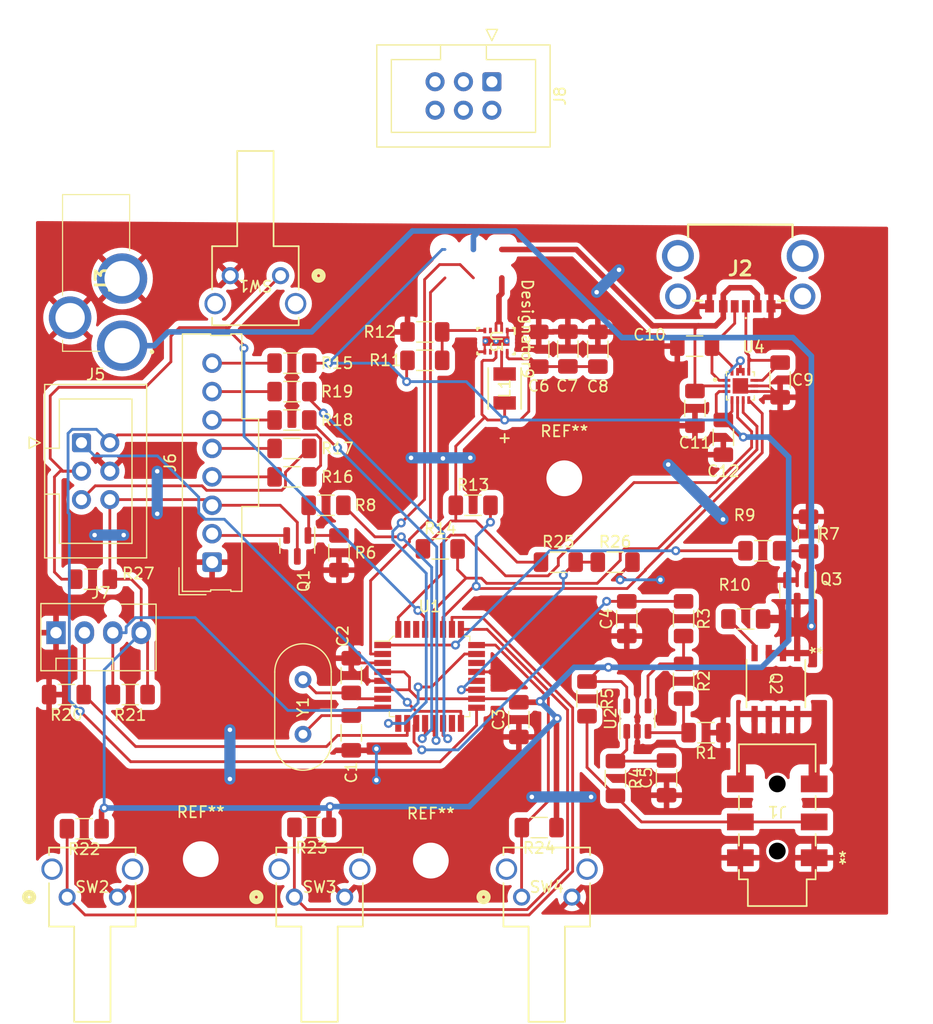
<source format=kicad_pcb>
(kicad_pcb (version 20221018) (generator pcbnew)
  (layers (0 "F.Cu" signal) (31 "B.Cu" signal) (34 "B.Paste" user) (35 "F.Paste" user) (36 "B.SilkS" user "B.Silkscreen") (37 "F.SilkS" user "F.Silkscreen") (38 "B.Mask" user) (39 "F.Mask" user) (44 "Edge.Cuts" user))
  (net 0 "")
  (net 1 "GND")
  (net 2 "Net-(U1-PB7)")
  (net 3 "Net-(U1-PB6)")
  (net 4 "+5V")
  (net 5 "analog_in")
  (net 6 "Net-(U2-+)")
  (net 7 "cc1")
  (net 8 "cc2")
  (net 9 "VBUS")
  (net 10 "sens")
  (net 15 "+12V")
  (net 16 "VDC")
  (net 17 "sense_usb")
  (net 18 "sense_12v")
  (net 19 "miso")
  (net 20 "sck")
  (net 21 "reset")
  (net 22 "mosi")
  (net 23 "bl")
  (net 24 "Net-(J6-Pin_4)")
  (net 25 "Net-(J6-Pin_5)")
  (net 26 "Net-(J6-Pin_6)")
  (net 27 "Net-(J6-Pin_7)")
  (net 28 "Net-(J6-Pin_8)")
  (net 29 "poti")
  (net 30 "sb")
  (net 31 "Net-(U3-SW)")
  (net 32 "Net-(Q1-G)")
  (net 33 "Net-(Q2-G)")
  (net 34 "Net-(Q3-G)")
  (net 35 "Net-(U2--)")
  (net 36 "Net-(R2-Pad1)")
  (net 37 "bl_ctrl")
  (net 38 "s_ctrl")
  (net 39 "Net-(U3-FB)")
  (net 40 "sda")
  (net 41 "scl")
  (net 42 "dc")
  (net 43 "cs")
  (net 44 "u1")
  (net 45 "u2")
  (net 46 "u3")
  (net 47 "standby")
  (net 48 "mois")
  (net 53 "int_n")
  (net 54 "output_power")
  (footprint "ul_IRF7416TRPBF:SO-8_IRF741_INF" (layer "F.Cu") (at 254.127 107.3721 -90)
    (fp_text reference "Q2")
    (fp_text value "IRF7416TRPBF")
  )
  (footprint "Resistor_SMD:R_1206_3216Metric_Pad1.30x1.75mm_HandSolder" (layer "F.Cu") (at 251.434 101.6)
    (fp_text reference "R10")
    (fp_text value "1k")
  )
  (footprint "Resistor_SMD:R_1206_3216Metric_Pad1.30x1.75mm_HandSolder" (layer "F.Cu") (at 239.776 115.85 -90)
    (fp_text reference "R4")
    (fp_text value "1k")
  )
  (footprint "Resistor_SMD:R_1206_3216Metric_Pad1.30x1.75mm_HandSolder" (layer "F.Cu") (at 254.508 80.238 90)
    (fp_text reference "C9")
    (fp_text value "330p")
  )
  (footprint "Resistor_SMD:R_1206_3216Metric_Pad1.30x1.75mm_HandSolder" (layer "F.Cu") (at 210.846 83.82 180)
    (fp_text reference "R18")
    (fp_text value "1k")
  )
  (footprint "Resistor_SMD:R_1206_3216Metric_Pad1.30x1.75mm_HandSolder" (layer "F.Cu") (at 235.5234 77.4779 -90)
    (fp_text reference "C7")
    (fp_text value "10u")
  )
  (footprint "Connector_IDC:IDC-Header_2x03_P2.54mm_Vertical" (layer "F.Cu") (at 192.024 85.852)
    (fp_text reference "J5")
    (fp_text value "Conn_02x03_Counter_Clockwise" hide)
  )
  (footprint "Resistor_SMD:R_1206_3216Metric_Pad1.30x1.75mm_HandSolder" (layer "F.Cu") (at 190.6773 108.3556 180)
    (fp_text reference "R20")
    (fp_text value "1M")
  )
  (footprint "Resistor_SMD:R_1206_3216Metric_Pad1.30x1.75mm_HandSolder" (layer "F.Cu") (at 249.428 85.37 90)
    (fp_text reference "C12")
    (fp_text value "100n")
  )
  (footprint "Package_TO_SOT_SMD:SOT-23-5" (layer "F.Cu") (at 241.742 110.5054 90)
    (fp_text reference "U2")
    (fp_text value "LM321")
  )
  (footprint "FUSB302B10MPX:QFN50P250X250X80-15N" (layer "F.Cu") (at 250.952 80.772)
    (fp_text reference "U4")
    (fp_text value "FUSB302B10MPX")
  )
  (footprint "Crystal:Crystal_HC49-U_Vertical" (layer "F.Cu") (at 211.836 107.024 -90)
    (fp_text reference "Y1")
    (fp_text value "Crystal")
  )
  (footprint "PJ-313D-B-SMT:PJ-313D-B-SMT_XKB" (layer "F.Cu") (at 254.2515 118.8314 180)
    (fp_text reference "J1")
    (fp_text value "PJ-313D-B-SMT")
  )
  (footprint "Resistor_SMD:R_1206_3216Metric_Pad1.30x1.75mm_HandSolder" (layer "F.Cu") (at 252.958 95.504 180)
    (fp_text reference "R9")
    (fp_text value "1k")
  )
  (footprint "Resistor_SMD:R_1206_3216Metric_Pad1.30x1.75mm_HandSolder" (layer "F.Cu") (at 246.888 82.778 90)
    (fp_text reference "C11")
    (fp_text value "100n")
  )
  (footprint "Resistor_SMD:R_1206_3216Metric_Pad1.30x1.75mm_HandSolder" (layer "F.Cu") (at 222.732 78.486)
    (fp_text reference "R11")
    (fp_text value "270k")
  )
  (footprint "Resistor_SMD:R_1206_3216Metric_Pad1.30x1.75mm_HandSolder" (layer "F.Cu") (at 240.792 101.574 90)
    (fp_text reference "C4")
    (fp_text value "100n")
  )
  (footprint "ul_TS-1093C-A15:SW_TS-1093C-A15_YDI" (layer "F.Cu") (at 231.3851 126.4514)
    (fp_text reference "SW4")
    (fp_text value "TS-1093C-A15")
  )
  (footprint "Resistor_SMD:R_1206_3216Metric_Pad1.30x1.75mm_HandSolder" (layer "F.Cu") (at 237.236 108.738 -90)
    (fp_text reference "R5")
    (fp_text value "1M")
  )
  (footprint "Resistor_SMD:R_1206_3216Metric_Pad1.30x1.75mm_HandSolder" (layer "F.Cu") (at 216.154 111.786 90)
    (fp_text reference "C1")
    (fp_text value "22p")
  )
  (footprint "DC-005-20A:DC00520A" (layer "F.Cu") (at 195.658 77.176 -90)
    (fp_text reference "J3")
    (fp_text value "DC-005-20A" hide)
  )
  (footprint "Resistor_SMD:R_1206_3216Metric_Pad1.30x1.75mm_HandSolder" (layer "F.Cu") (at 239.75 96.52)
    (fp_text reference "R26")
    (fp_text value "10k")
  )
  (footprint "Resistor_SMD:R_1206_3216Metric_Pad1.30x1.75mm_HandSolder" (layer "F.Cu") (at 210.846 88.9 180)
    (fp_text reference "R16")
    (fp_text value "1k")
  )
  (footprint "Connector_IDC:IDC-Header_2x03_P2.54mm_Vertical" (layer "F.Cu") (at 228.727 53.594 -90)
    (fp_text reference "J8")
    (fp_text value "Conn_02x03_Odd_Even")
  )
  (footprint "Resistor_SMD:R_1206_3216Metric_Pad1.30x1.75mm_HandSolder" (layer "F.Cu") (at 222.732 75.946 180)
    (fp_text reference "R12")
    (fp_text value "51k")
  )
  (footprint "Connector:FanPinHeader_1x04_P2.54mm_Vertical" (layer "F.Cu") (at 189.748 102.824)
    (fp_text reference "J7")
    (fp_text value "Conn_01x04")
  )
  (footprint "Resistor_SMD:R_1206_3216Metric_Pad1.30x1.75mm_HandSolder" (layer "F.Cu") (at 224.1126 95.3355)
    (fp_text reference "R14")
    (fp_text value "2k")
  )
  (footprint "Resistor_SMD:R_1206_3216Metric_Pad1.30x1.75mm_HandSolder" (layer "F.Cu") (at 210.846 81.28 180)
    (fp_text reference "R19")
    (fp_text value "1k")
  )
  (footprint "MountingHole:MountingHole_3.2mm_M3" (layer "F.Cu") (at 202.692 123.063)
    (fp_text reference "REF**")
    (fp_text value "MountingHole_3.2mm_M3")
  )
  (footprint "Package_TO_SOT_SMD:SOT-23" (layer "F.Cu") (at 211.328 95.0745 -90)
    (fp_text reference "Q1")
    (fp_text value "BSN20")
  )
  (footprint "Resistor_SMD:R_1206_3216Metric_Pad1.30x1.75mm_HandSolder" (layer "F.Cu") (at 215.0518 95.685 90)
    (fp_text reference "R6")
    (fp_text value "10k")
  )
  (footprint "Package_TO_SOT_SMD:SOT-23" (layer "F.Cu") (at 256.032 99.06 -90)
    (fp_text reference "Q3")
    (fp_text value "BSN20")
  )
  (footprint "ul_TS-1093C-A15:SW_TS-1093C-A15_YDI" (layer "F.Cu") (at 209.8288 70.9219 180)
    (fp_text reference "SW1")
    (fp_text value "TS-1093C-A15")
  )
  (footprint "Resistor_SMD:R_1206_3216Metric_Pad1.30x1.75mm_HandSolder" (layer "F.Cu") (at 227.05 91.44)
    (fp_text reference "R13")
    (fp_text value "2k")
  )
  (footprint "digikey-footprints:TQFP-32_7x7mm" (layer "F.Cu") (at 223.159 106.7293)
    (fp_text reference "U1")
    (fp_text value "ATMEGA328P-AU")
  )
  (footprint "Resistor_SMD:R_1206_3216Metric_Pad1.30x1.75mm_HandSolder" (layer "F.Cu") (at 245.872 101.574 -90)
    (fp_text reference "R3")
    (fp_text value "1k")
  )
  (footprint "Resistor_SMD:R_1206_3216Metric_Pad1.30x1.75mm_HandSolder" (layer "F.Cu") (at 245.872 107.162 -90)
    (fp_text reference "R2")
    (fp_text value "56k")
  )
  (footprint "Resistor_SMD:R_1206_3216Metric_Pad1.30x1.75mm_HandSolder" (layer "F.Cu") (at 232.9563 120.2416 180)
    (fp_text reference "R24")
    (fp_text value "10k")
  )
  (footprint "Resistor_SMD:R_1206_3216Metric_Pad1.30x1.75mm_HandSolder" (layer "F.Cu") (at 232.918 77.496 -90)
    (fp_text reference "C6")
    (fp_text value "10u")
  )
  (footprint "Resistor_SMD:R_1206_3216Metric_Pad1.30x1.75mm_HandSolder" (layer "F.Cu") (at 213.894 91.44 180)
    (fp_text reference "R8")
    (fp_text value "1k")
  )
  (footprint "Resistor_SMD:R_1206_3216Metric_Pad1.30x1.75mm_HandSolder" (layer "F.Cu") (at 216.154 106.654 -90)
    (fp_text reference "C2")
    (fp_text value "22p")
  )
  (footprint "Resistor_SMD:R_1206_3216Metric_Pad1.30x1.75mm_HandSolder" (layer "F.Cu") (at 192.271 120.3437 180)
    (fp_text reference "R22")
    (fp_text value "10k")
  )
  (footprint "ul_TS-1093C-A15:SW_TS-1093C-A15_YDI" (layer "F.Cu") (at 211.0651 126.4514)
    (fp_text reference "SW3")
    (fp_text value "TS-1093C-A15")
  )
  (footprint "Resistor_SMD:R_1206_3216Metric_Pad1.30x1.75mm_HandSolder" (layer "F.Cu") (at 196.3886 108.358 180)
    (fp_text reference "R21")
    (fp_text value "10k")
  )
  (footprint "Resistor_SMD:R_1206_3216Metric_Pad1.30x1.75mm_HandSolder" (layer "F.Cu") (at 212.619 120.2235 180)
    (fp_text reference "R23")
    (fp_text value "10k")
  )
  (footprint "Resistor_SMD:R_1206_3216Metric_Pad1.30x1.75mm_HandSolder" (layer "F.Cu") (at 193.014 98.044 180)
    (fp_text reference "R27")
    (fp_text value "10k")
  )
  (footprint "Resistor_SMD:R_1206_3216Metric_Pad1.30x1.75mm_HandSolder" (layer "F.Cu") (at 257.048 94.006 -90)
    (fp_text reference "R7")
    (fp_text value "10k")
  )
  (footprint "Resistor_SMD:R_1206_3216Metric_Pad1.30x1.75mm_HandSolder" (layer "F.Cu") (at 231.14 110.591 90)
    (fp_text reference "C3")
    (fp_text value "100n")
  )
  (footprint "NLCV32T-100K-EF:IND_NLCV32T_TDK" (layer "F.Cu") (at 229.87 81.0006 90)
    (fp_text reference "L1")
    (fp_text value "10u")
  )
  (footprint "MountingHole:MountingHole_3.2mm_M3" (layer "F.Cu") (at 235.204 89.027)
    (fp_text reference "REF**")
    (fp_text value "MountingHole_3.2mm_M3")
  )
  (footprint "Resistor_SMD:R_1206_3216Metric_Pad1.30x1.75mm_HandSolder" (layer "F.Cu") (at 246.862 77.216)
    (fp_text reference "C10")
    (fp_text value "330p")
  )
  (footprint "Connector_Molex:Molex_SL_171971-0008_1x08_P2.54mm_Vertical" (layer "F.Cu") (at 203.708 96.52 90)
    (fp_text reference "J6")
    (fp_text value "Conn_01x08_Pin")
  )
  (footprint "Resistor_SMD:R_1206_3216Metric_Pad1.30x1.75mm_HandSolder" (layer "F.Cu") (at 244.348 115.798 90)
    (fp_text reference "C5")
    (fp_text value "100n")
  )
  (footprint "Resistor_SMD:R_1206_3216Metric_Pad1.30x1.75mm_HandSolder" (layer "F.Cu") (at 238.2048 77.4951 -90)
    (fp_text reference "C8")
    (fp_text value "10u")
  )
  (footprint "UJC-HP-M-G-5-MSMT-TR:UJCHPMG5MSMTTR" (layer "F.Cu") (at 250.944 69.76 180)
    (fp_text reference "J2")
    (fp_text value "UJC-HP-M-G-5-MSMT-TR" hide)
  )
  (footprint "MountingHole:MountingHole_3.2mm_M3" (layer "F.Cu") (at 223.266 123.19)
    (fp_text reference "REF**")
    (fp_text value "MountingHole_3.2mm_M3")
  )
  (footprint "TPS62175DQCR:DQC0010A" (layer "F.Cu") (at 229.1 76.769 -90)
    (fp_text reference "U3")
    (fp_text value "TPS62175DQCR")
  )
  (footprint "Resistor_SMD:R_1206_3216Metric_Pad1.30x1.75mm_HandSolder" (layer "F.Cu") (at 247.878 111.76 180)
    (fp_text reference "R1")
    (fp_text value "100k")
  )
  (footprint "Resistor_SMD:R_1206_3216Metric_Pad1.30x1.75mm_HandSolder" (layer "F.Cu") (at 234.67 96.52)
    (fp_text reference "R25")
    (fp_text value "10k")
  )
  (footprint "Resistor_SMD:R_1206_3216Metric_Pad1.30x1.75mm_HandSolder" (layer "F.Cu") (at 210.846 86.36 180)
    (fp_text reference "R17")
    (fp_text value "1k")
  )
  (footprint "ul_TS-1093C-A15:SW_TS-1093C-A15_YDI" (layer "F.Cu") (at 190.7451 126.4514)
    (fp_text reference "SW2")
    (fp_text value "TS-1093C-A15")
  )
  (footprint "Resistor_SMD:R_1206_3216Metric_Pad1.30x1.75mm_HandSolder" (layer "F.Cu") (at 210.846 78.74 180)
    (fp_text reference "R15")
    (fp_text value "1k")
  )
  (gr_line (start 251.898614 78.464952) (end 251.714 78.613) (stroke (width 0.2)) (layer "F.Cu"))
  (gr_line (start 251.730864 78.270243) (end 251.898614 78.464952) (stroke (width 0.2)) (layer "F.Cu"))
  (gr_line (start 228.092 77.724) (end 228.092 77.089) (stroke (width 0.2)) (layer "F.Cu"))
  (gr_line (start 230.124 75.819) (end 230.124 76.454) (stroke (width 0.2)) (layer "F.Cu"))
  (gr_line (start 251.714 78.613) (end 251.714 78.359) (stroke (width 0.2)) (layer "F.Cu"))
  (gr_line (start 229.108 75.184) (end 229.616 75.184) (stroke (width 0.2)) (layer "F.Cu"))
  (segment (start 230.1 75.819) (end 232.791 75.819) (width 0.25) (layer "F.Cu") (net 1))
  (segment (start 218.959 105.529) (end 216.579 105.529) (width 0.25) (layer "F.Cu") (net 1))
  (segment (start 253.992 81.272) (end 254.508 81.788) (width 0.25) (layer "F.Cu") (net 1))
  (segment (start 252.192 80.772) (end 250.952 80.772) (width 0.25) (layer "F.Cu") (net 1))
  (segment (start 253.992 81.272) (end 254.508 81.788) (width 0.25) (layer "F.Cu") (net 1))
  (segment (start 216.579 105.529) (end 216.154 105.104) (width 0.25) (layer "F.Cu") (net 1))
  (segment (start 218.959 107.129) (end 217.365 107.129) (width 0.25) (layer "F.Cu") (net 1))
  (segment (start 252.192 80.772) (end 253.492 80.772) (width 0.25) (layer "F.Cu") (net 1))
  (segment (start 227.359 106.329) (end 229.265 106.329) (width 0.25) (layer "F.Cu") (net 1))
  (segment (start 217.365 107.129) (end 216.154 105.918) (width 0.25) (layer "F.Cu") (net 1))
  (segment (start 252.192 81.272) (end 251.452 81.272) (width 0.25) (layer "F.Cu") (net 1))
  (segment (start 251.452 81.272) (end 250.952 80.772) (width 0.25) (layer "F.Cu") (net 1))
  (segment (start 229.265 106.329) (end 229.362 106.426) (width 0.25) (layer "F.Cu") (net 1))
  (segment (start 228.1 77.719) (end 227.081 77.719) (width 0.25) (layer "F.Cu") (net 1))
  (segment (start 240.2 97.62) (end 241.3 96.52) (width 0.25) (layer "F.Cu") (net 1))
  (segment (start 253.492 80.772) (end 253.992 81.272) (width 0.25) (layer "F.Cu") (net 1))
  (segment (start 216.154 105.918) (end 216.154 105.104) (width 0.25) (layer "F.Cu") (net 1))
  (segment (start 252.192 81.272) (end 253.992 81.272) (width 0.25) (layer "F.Cu") (net 1))
  (segment (start 232.791 75.819) (end 232.918 75.946) (width 0.25) (layer "F.Cu") (net 1))
  (segment (start 227.081 77.719) (end 227.076 77.724) (width 0.25) (layer "F.Cu") (net 1))
  (segment (start 240.2 98.1) (end 240.2 97.62) (width 0.25) (layer "F.Cu") (net 1))
  (via (at 195.8 94.1) (size 0.8) (drill 0.4) (layers "F.Cu" "B.Cu") (net 1))
  (via (at 232.3 117.5) (size 0.8) (drill 0.4) (layers "F.Cu" "B.Cu") (net 1))
  (via (at 238.1 72.4) (size 0.8) (drill 0.4) (layers "F.Cu" "B.Cu") (net 1))
  (via (at 240.1 70.4) (size 0.8) (drill 0.4) (layers "F.Cu" "B.Cu") (net 1))
  (via (at 218.4 116) (size 0.8) (drill 0.4) (layers "F.Cu" "B.Cu") (net 1))
  (via (at 244.5 87.8) (size 0.8) (drill 0.4) (layers "F.Cu" "B.Cu") (net 1))
  (via (at 249.4 92.7) (size 0.8) (drill 0.4) (layers "F.Cu" "B.Cu") (net 1))
  (via (at 243.8 98.1) (size 0.8) (drill 0.4) (layers "F.Cu" "B.Cu") (net 1))
  (via (at 224.351866 87.251135) (size 0.8) (drill 0.4) (layers "F.Cu" "B.Cu") (net 1))
  (via (at 237.6 117.5) (size 0.8) (drill 0.4) (layers "F.Cu" "B.Cu") (net 1))
  (via (at 240.2 98.1) (size 0.8) (drill 0.4) (layers "F.Cu" "B.Cu") (net 1))
  (via (at 205.3 111.5) (size 0.8) (drill 0.4) (layers "F.Cu" "B.Cu") (net 1))
  (via (at 198.8 88.4) (size 0.8) (drill 0.4) (layers "F.Cu" "B.Cu") (net 1))
  (via (at 218.4 113.2) (size 0.8) (drill 0.4) (layers "F.Cu" "B.Cu") (net 1))
  (via (at 205.3 115.9) (size 0.8) (drill 0.4) (layers "F.Cu" "B.Cu") (net 1))
  (via (at 198.8 92.2) (size 0.8) (drill 0.4) (layers "F.Cu" "B.Cu") (net 1))
  (via (at 193.2 94.1) (size 0.8) (drill 0.4) (layers "F.Cu" "B.Cu") (net 1))
  (via (at 226.8 87.2) (size 0.8) (drill 0.4) (layers "F.Cu" "B.Cu") (net 1))
  (via (at 221.5 87.2) (size 0.8) (drill 0.4) (layers "F.Cu" "B.Cu") (net 1))
  (segment (start 240.1 70.4) (end 238.1 72.4) (width 1) (layer "B.Cu") (net 1))
  (segment (start 193.2 94.1) (end 195.8 94.1) (width 1) (layer "B.Cu") (net 1))
  (segment (start 232.3 117.5) (end 237.6 117.5) (width 1) (layer "B.Cu") (net 1))
  (segment (start 244.5 87.8) (end 249.4 92.7) (width 1) (layer "B.Cu") (net 1))
  (segment (start 218.4 116) (end 218.4 113.2) (width 0.25) (layer "B.Cu") (net 1))
  (segment (start 240.2 98.1) (end 243.8 98.1) (width 0.25) (layer "B.Cu") (net 1))
  (segment (start 198.8 92.2) (end 198.8 88.4) (width 1) (layer "B.Cu") (net 1))
  (segment (start 221.5 87.2) (end 226.8 87.2) (width 1) (layer "B.Cu") (net 1))
  (segment (start 205.3 115.9) (end 205.3 111.5) (width 1) (layer "B.Cu") (net 1))
  (segment (start 211.836 111.904) (end 213.504 110.236) (width 0.25) (layer "F.Cu") (net 2))
  (segment (start 216.861 109.529) (end 216.154 110.236) (width 0.25) (layer "F.Cu") (net 2))
  (segment (start 218.9587 109.529) (end 216.861 109.529) (width 0.25) (layer "F.Cu") (net 2))
  (segment (start 218.959 109.529) (end 218.9587 109.529) (width 0.25) (layer "F.Cu") (net 2))
  (segment (start 218.9587 109.529) (end 218.959 109.5293) (width 0.25) (layer "F.Cu") (net 2))
  (segment (start 213.504 110.236) (end 216.154 110.236) (width 0.25) (layer "F.Cu") (net 2))
  (segment (start 218.959 108.729) (end 218.9587 108.729) (width 0.25) (layer "F.Cu") (net 3))
  (segment (start 213.016 108.204) (end 216.154 108.204) (width 0.25) (layer "F.Cu") (net 3))
  (segment (start 218.9587 108.729) (end 218.959 108.7293) (width 0.25) (layer "F.Cu") (net 3))
  (segment (start 216.679 108.729) (end 216.154 108.204) (width 0.25) (layer "F.Cu") (net 3))
  (segment (start 218.9587 108.729) (end 216.679 108.729) (width 0.25) (layer "F.Cu") (net 3))
  (segment (start 211.836 107.024) (end 213.016 108.204) (width 0.25) (layer "F.Cu") (net 3))
  (segment (start 240.792 107.696) (end 240.284 107.188) (width 0.25) (layer "F.Cu") (net 4))
  (segment (start 221.107 78.561) (end 221.182 78.486) (width 0.25) (layer "F.Cu") (net 4))
  (segment (start 227.838 78.613) (end 227.838 83.312) (width 0.25) (layer "F.Cu") (net 4))
  (segment (start 234.5063 120.2416) (end 234.506 120.2416) (width 0.25) (layer "F.Cu") (net 4))
  (segment (start 214.169 118.444) (end 214.249 118.364) (width 0.5) (layer "F.Cu") (net 4))
  (segment (start 231.14 109.041) (end 232.97 109.041) (width 0.5) (layer "F.Cu") (net 4))
  (segment (start 214.122 78.74) (end 212.396 78.74) (width 0.25) (layer "F.Cu") (net 4))
  (segment (start 214.169 120.224) (end 214.169 120.2235) (width 0.5) (layer "F.Cu") (net 4))
  (segment (start 234.569 110.49) (end 234.506 110.553) (width 0.5) (layer "F.Cu") (net 4))
  (segment (start 197.9386 108.358) (end 197.939 108.358) (width 0.25) (layer "F.Cu") (net 4))
  (segment (start 249.055 81.272) (end 248.793 81.534) (width 0.25) (layer "F.Cu") (net 4))
  (segment (start 222.14 108.729) (end 227.359 108.729) (width 0.25) (layer "F.Cu") (net 4))
  (segment (start 229.87 82.296) (end 229.87 83.82) (width 0.25) (layer "F.Cu") (net 4))
  (segment (start 231.267 83.82) (end 229.87 83.82) (width 0.25) (layer "F.Cu") (net 4))
  (segment (start 193.821 120.344) (end 193.821 120.3437) (width 0.5) (layer "F.Cu") (net 4))
  (segment (start 218.959 106.3293) (end 218.959 106.329) (width 0.25) (layer "F.Cu") (net 4))
  (segment (start 239.141 105.918) (end 238.506 105.918) (width 0.25) (layer "F.Cu") (net 4))
  (segment (start 193.821 120.3437) (end 193.821 118.726) (width 0.5) (layer "F.Cu") (net 4))
  (segment (start 232.918 79.046) (end 235.5234 79.046) (width 0.25) (layer "F.Cu") (net 4))
  (segment (start 232.918 79.046) (end 232.231 78.359) (width 0.25) (layer "F.Cu") (net 4))
  (segment (start 232.029 79.935) (end 232.029 83.058) (width 0.25) (layer "F.Cu") (net 4))
  (segment (start 248.793 81.534) (end 248.793 83.185) (width 0.25) (layer "F.Cu") (net 4))
  (segment (start 194.564 90.932) (end 203.2 90.932) (width 0.25) (layer "F.Cu") (net 4))
  (segment (start 227.965 78.486) (end 227.838 78.613) (width 0.25) (layer "F.Cu") (net 4))
  (segment (start 220.928 78.74) (end 221.107 78.561) (width 0.25) (layer "F.Cu") (net 4))
  (segment (start 211.328 96.012) (end 211.328 92.964) (width 0.25) (layer "F.Cu") (net 4))
  (segment (start 230.9806 96.52) (end 233.12 96.52) (width 0.25) (layer "F.Cu") (net 4))
  (segment (start 232.029 83.058) (end 231.267 83.82) (width 0.25) (layer "F.Cu") (net 4))
  (segment (start 221.361 107.909) (end 221.34 107.929) (width 0.25) (layer "F.Cu") (net 4))
  (segment (start 238.506 105.918) (end 237.236 107.188) (width 0.25) (layer "F.Cu") (net 4))
  (segment (start 238.2048 79.0451) (end 238.2049 79.0452) (width 0.25) (layer "F.Cu") (net 4))
  (segment (start 229.1 77.719) (end 229.1 78.24) (width 0.25) (layer "F.Cu") (net 4))
  (segment (start 228.092 83.566) (end 228.346 83.82) (width 0.25) (layer "F.Cu") (net 4))
  (segment (start 221.361 106.807) (end 221.361 107.909) (width 0.25) (layer "F.Cu") (net 4))
  (segment (start 227.359 108.729) (end 230.828 108.729) (width 0.25) (layer "F.Cu") (net 4))
  (segment (start 250.702 79.507) (end 250.952 79.507) (width 0.25) (layer "F.Cu") (net 4))
  (segment (start 250.202 82.037) (end 250.202 83.046) (width 0.25) (layer "F.Cu") (net 4))
  (segment (start 238.204 79.046) (end 238.2049 79.0452) (width 0.25) (layer "F.Cu") (net 4))
  (segment (start 196.469 98.044) (end 194.564 98.044) (width 0.25) (layer "F.Cu") (net 4))
  (segment (start 238.2049 79.0452) (end 238.205 79.0451) (width 0.25) (layer "F.Cu") (net 4))
  (segment (start 232.208 79.046) (end 232.918 79.046) (width 0.25) (layer "F.Cu") (net 4))
  (segment (start 220.883 106.329) (end 221.361 106.807) (width 0.25) (layer "F.Cu") (net 4))
  (segment (start 248.793 83.185) (end 249.428 83.82) (width 0.25) (layer "F.Cu") (net 4))
  (segment (start 203.2 90.932) (end 203.708 91.44) (width 0.25) (layer "F.Cu") (net 4))
  (segment (start 225.5 86.158) (end 225.5 91.44) (width 0.25) (layer "F.Cu") (net 4))
  (segment (start 227.3038 92.8432) (end 230.9806 96.52) (width 0.25) (layer "F.Cu") (net 4))
  (segment (start 221.107 78.561) (end 221.182 78.486) (width 0.25) (layer "F.Cu") (net 4))
  (segment (start 218.959 107.9293) (end 218.959 107.929) (width 0.25) (layer "F.Cu") (net 4))
  (segment (start 249.428 83.82) (end 250.952 85.344) (width 0.25) (layer "F.Cu") (net 4))
  (segment (start 234.506 110.553) (end 234.506 120.2416) (width 0.5) (layer "F.Cu") (net 4))
  (segment (start 197.368 102.824) (end 197.939 103.395) (width 0.25) (layer "F.Cu") (net 4))
  (segment (start 211.328 92.964) (end 209.804 91.44) (width 0.25) (layer "F.Cu") (net 4))
  (segment (start 232.97 109.041) (end 233.045 108.966) (width 0.5) (layer "F.Cu") (net 4))
  (segment (start 225.0549 92.8432) (end 225.5 92.8432) (width 0.25) (layer "F.Cu") (net 4))
  (segment (start 240.792 109.3679) (end 240.792 107.696) (width 0.25) (layer "F.Cu") (net 4))
  (segment (start 209.804 91.44) (end 203.708 91.44) (width 0.25) (layer "F.Cu") (net 4))
  (segment (start 230.251 78.359) (end 230.1 78.208) (width 0.25) (layer "F.Cu") (net 4))
  (segment (start 214.169 120.2235) (end 214.169 118.444) (width 0.5) (layer "F.Cu") (net 4))
  (segment (start 235.5234 79.046) (end 238.204 79.046) (width 0.25) (layer "F.Cu") (net 4))
  (segment (start 227.838 83.312) (end 228.092 83.566) (width 0.25) (layer "F.Cu") (net 4))
  (segment (start 240.284 107.188) (end 237.236 107.188) (width 0.25) (layer "F.Cu") (net 4))
  (segment (start 249.712 81.272) (end 249.055 81.272) (width 0.25) (layer "F.Cu") (net 4))
  (segment (start 221.107 80.391) (end 221.107 78.561) (width 0.25) (layer "F.Cu") (net 4))
  (segment (start 232.231 78.359) (end 230.251 78.359) (width 0.25) (layer "F.Cu") (net 4))
  (segment (start 222.5626 95.3355) (end 225.0549 92.8432) (width 0.25) (layer "F.Cu") (net 4))
  (segment (start 228.854 78.486) (end 227.965 78.486) (width 0.25) (layer "F.Cu") (net 4))
  (segment (start 228.092 83.566) (end 225.5 86.158) (width 0.25) (layer "F.Cu") (net 4))
  (segment (start 250.952 85.344) (end 251.206 85.344) (width 0.25) (layer "F.Cu") (net 4))
  (segment (start 194.564 90.932) (end 194.564 98.044) (width 0.25) (layer "F.Cu") (net 4))
  (segment (start 230.1 78.208) (end 230.1 77.719) (width 0.25) (layer "F.Cu") (net 4))
  (segment (start 250.202 83.046) (end 249.428 83.82) (width 0.25) (layer "F.Cu") (net 4))
  (segment (start 240.792 109.368) (end 240.792 109.3679) (width 0.25) (layer "F.Cu") (net 4))
  (segment (start 235.5234 79.0279) (end 235.5234 79.046) (width 0.25) (layer "F.Cu") (net 4))
  (segment (start 232.918 79.046) (end 232.029 79.935) (width 0.25) (layer "F.Cu") (net 4))
  (segment (start 227.359 108.7293) (end 227.359 108.729) (width 0.25) (layer "F.Cu") (net 4))
  (segment (start 193.821 118.726) (end 194.056 118.491) (width 0.5) (layer "F.Cu") (net 4))
  (segment (start 250.952 79.507) (end 250.952 78.5237) (width 0.25) (layer "F.Cu") (net 4))
  (segment (start 218.959 107.929) (end 221.34 107.929) (width 0.25) (layer "F.Cu") (net 4))
  (segment (start 197.939 103.395) (end 197.939 108.358) (width 0.25) (layer "F.Cu") (net 4))
  (segment (start 221.34 107.929) (end 222.14 108.729) (width 0.25) (layer "F.Cu") (net 4))
  (segment (start 218.959 106.329) (end 220.883 106.329) (width 0.25) (layer "F.Cu") (net 4))
  (segment (start 225.5 91.44) (end 225.5 92.8432) (width 0.25) (layer "F.Cu") (net 4))
  (segment (start 197.368 98.943) (end 196.469 98.044) (width 0.25) (layer "F.Cu") (net 4))
  (segment (start 229.1 78.24) (end 228.854 78.486) (width 0.25) (layer "F.Cu") (net 4))
  (segment (start 225.5 92.8432) (end 227.3038 92.8432) (width 0.25) (layer "F.Cu") (net 4))
  (segment (start 197.368 102.824) (end 197.368 98.943) (width 0.25) (layer "F.Cu") (net 4))
  (segment (start 234.506 120.242) (end 234.506 120.2416) (width 0.5) (layer "F.Cu") (net 4))
  (segment (start 250.952 79.507) (end 251.202 79.507) (width 0.25) (layer "F.Cu") (net 4))
  (segment (start 228.346 83.82) (end 229.87 83.82) (width 0.25) (layer "F.Cu") (net 4))
  (segment (start 230.828 108.729) (end 231.14 109.041) (width 0.25) (layer "F.Cu") (net 4))
  (via (at 250.952 78.5237) (size 0.8) (drill 0.4) (layers "F.Cu" "B.Cu") (net 4))
  (via (at 239.141 105.918) (size 0.8) (drill 0.4) (layers "F.Cu" "B.Cu") (net 4))
  (via (at 233.045 108.966) (size 0.8) (drill 0.4) (layers "F.Cu" "B.Cu") (net 4))
  (via (at 234.569 110.49) (size 0.8) (drill 0.4) (layers "F.Cu" "B.Cu") (net 4))
  (via (at 221.107 80.391) (size 0.8) (drill 0.4) (layers "F.Cu" "B.Cu") (net 4))
  (via (at 251.206 85.344) (size 0.8) (drill 0.4) (layers "F.Cu" "B.Cu") (net 4))
  (via (at 214.249 118.364) (size 0.8) (drill 0.4) (layers "F.Cu" "B.Cu") (net 4))
  (via (at 214.122 78.74) (size 0.8) (drill 0.4) (layers "F.Cu" "B.Cu") (net 4))
  (via (at 229.87 83.82) (size 0.8) (drill 0.4) (layers "F.Cu" "B.Cu") (net 4))
  (via (at 194.056 118.491) (size 0.8) (drill 0.4) (layers "F.Cu" "B.Cu") (net 4))
  (segment (start 249.682 83.82) (end 249.682 79.7937) (width 0.25) (layer "B.Cu") (net 4))
  (segment (start 214.249 118.364) (end 226.695 118.364) (width 0.5) (layer "B.Cu") (net 4))
  (segment (start 255.27 103.505) (end 255.27 87.122) (width 0.5) (layer "B.Cu") (net 4))
  (segment (start 255.27 87.122) (end 253.492 85.344) (width 0.5) (layer "B.Cu") (net 4))
  (segment (start 219.456 78.74) (end 221.107 80.391) (width 0.25) (layer "B.Cu") (net 4))
  (segment (start 253.492 85.344) (end 251.206 85.344) (width 0.5) (layer "B.Cu") (net 4))
  (segment (start 226.441 80.391) (end 229.87 83.82) (width 0.25) (layer "B.Cu") (net 4))
  (segment (start 233.045 108.966) (end 236.093 105.918) (width 0.5) (layer "B.Cu") (net 4))
  (segment (start 194.056 118.491) (end 214.122 118.491) (width 0.5) (layer "B.Cu") (net 4))
  (segment (start 214.122 118.491) (end 214.249 118.364) (width 0.5) (layer "B.Cu") (net 4))
  (segment (start 251.206 85.344) (end 249.682 83.82) (width 0.25) (layer "B.Cu") (net 4))
  (segment (start 239.141 105.918) (end 252.857 105.918) (width 0.5) (layer "B.Cu") (net 4))
  (segment (start 249.682 79.7937) (end 250.952 78.5237) (width 0.25) (layer "B.Cu") (net 4))
  (segment (start 234.569 110.49) (end 233.045 108.966) (width 0.5) (layer "B.Cu") (net 4))
  (segment (start 221.107 80.391) (end 226.441 80.391) (width 0.25) (layer "B.Cu") (net 4))
  (segment (start 226.695 118.364) (end 234.569 110.49) (width 0.5) (layer "B.Cu") (net 4))
  (segment (start 194.056 106.136) (end 194.056 118.491) (width 0.25) (layer "B.Cu") (net 4))
  (segment (start 252.857 105.918) (end 255.27 103.505) (width 0.5) (layer "B.Cu") (net 4))
  (segment (start 214.122 78.74) (end 219.456 78.74) (width 0.25) (layer "B.Cu") (net 4))
  (segment (start 224.282 68.58) (end 224.536 68.58) (width 0.25) (layer "B.Cu") (net 4))
  (segment (start 249.682 83.82) (end 229.87 83.82) (width 0.25) (layer "B.Cu") (net 4))
  (segment (start 236.093 105.918) (end 239.141 105.918) (width 0.5) (layer "B.Cu") (net 4))
  (segment (start 197.368 102.824) (end 194.056 106.136) (width 0.25) (layer "B.Cu") (net 4))
  (segment (start 214.122 78.74) (end 224.282 68.58) (width 0.25) (layer "B.Cu") (net 4))
  (segment (start 240.792 100.024) (end 238.9907 100.024) (width 0.25) (layer "F.Cu") (net 5))
  (segment (start 222.4628 113.2929) (end 221.7632 112.5933) (width 0.25) (layer "F.Cu") (net 5))
  (segment (start 240.792 100.024) (end 245.872 100.024) (width 0.25) (layer "F.Cu") (net 5))
  (segment (start 221.7632 112.5933) (end 221.7632 111.1251) (width 0.25) (layer "F.Cu") (net 5))
  (segment (start 221.7632 111.1251) (end 221.959 110.9293) (width 0.25) (layer "F.Cu") (net 5))
  (via (at 238.9907 100.024) (size 0.8) (drill 0.4) (layers "F.Cu" "B.Cu") (net 5))
  (via (at 222.4628 113.2929) (size 0.8) (drill 0.4) (layers "F.Cu" "B.Cu") (net 5))
  (segment (start 225.7218 113.2929) (end 238.9907 100.024) (width 0.25) (layer "B.Cu") (net 5))
  (segment (start 222.4628 113.2929) (end 225.7218 113.2929) (width 0.25) (layer "B.Cu") (net 5))
  (segment (start 244.296 114.3) (end 244.348 114.248) (width 0.25) (layer "F.Cu") (net 6))
  (segment (start 239.776 114.3) (end 244.296 114.3) (width 0.25) (layer "F.Cu") (net 6))
  (segment (start 240.792 111.643) (end 240.792 113.284) (width 0.25) (layer "F.Cu") (net 6))
  (segment (start 240.792 111.643) (end 240.792 111.6429) (width 0.25) (layer "F.Cu") (net 6))
  (segment (start 240.792 113.284) (end 239.776 114.3) (width 0.25) (layer "F.Cu") (net 6))
  (segment (start 252.924 80.272) (end 254.508 78.688) (width 0.25) (layer "F.Cu") (net 7))
  (segment (start 251.444 77.7723) (end 251.702 78.0306) (width 0.25) (layer "F.Cu") (net 7))
  (segment (start 251.702 78.486) (end 251.702 79.507) (width 0.25) (layer "F.Cu") (net 7))
  (segment (start 252.192 80.272) (end 252.924 80.272) (width 0.25) (layer "F.Cu") (net 7))
  (segment (start 251.444 73.66) (end 251.444 77.7723) (width 0.25) (layer "F.Cu") (net 7))
  (segment (start 254.508 78.688) (end 254.306 78.486) (width 0.25) (layer "F.Cu") (net 7))
  (segment (start 254.306 78.486) (end 251.702 78.486) (width 0.25) (layer "F.Cu") (net 7))
  (segment (start 251.702 78.0306) (end 251.702 78.486) (width 0.25) (layer "F.Cu") (net 7))
  (segment (start 250.444 73.66) (end 250.444 75.184) (width 0.25) (layer "F.Cu") (net 8))
  (segment (start 250.444 75.184) (end 248.412 77.216) (width 0.25) (layer "F.Cu") (net 8))
  (segment (start 248.412 79.629) (end 248.412 77.216) (width 0.25) (layer "F.Cu") (net 8))
  (segment (start 249.712 80.272) (end 249.055 80.272) (width 0.25) (layer "F.Cu") (net 8))
  (segment (start 250.202 79.507) (end 250.202 79.006) (width 0.25) (layer "F.Cu") (net 8))
  (segment (start 249.055 80.272) (end 248.412 79.629) (width 0.25) (layer "F.Cu") (net 8))
  (segment (start 250.202 79.006) (end 248.412 77.216) (width 0.25) (layer "F.Cu") (net 8))
  (segment (start 251.854 72) (end 252.464 72.61) (width 0.5) (layer "F.Cu") (net 9))
  (segment (start 252.464 72.61) (end 252.464 73.66) (width 0.5) (layer "F.Cu") (net 9))
  (segment (start 249.712 80.772) (end 247.344 80.772) (width 0.25) (layer "F.Cu") (net 9))
  (segment (start 236.28 68.58) (end 229.616 68.58) (width 0.5) (layer "F.Cu") (net 9))
  (segment (start 246.888 75.712) (end 247.2 75.4) (width 0.25) (layer "F.Cu") (net 9))
  (segment (start 249.424 73.66) (end 249.424 72.61) (width 0.5) (layer "F.Cu") (net 9))
  (segment (start 249.424 73.66) (end 249.424 74.71) (width 0.5) (layer "F.Cu") (net 9))
  (segment (start 243.1 75.4) (end 236.28 68.58) (width 0.5) (layer "F.Cu") (net 9))
  (segment (start 250.034 72) (end 251.854 72) (width 0.5) (layer "F.Cu") (net 9))
  (segment (start 249.424 72.61) (end 250.034 72) (width 0.5) (layer "F.Cu") (net 9))
  (segment (start 248.734 75.4) (end 247.2 75.4) (width 0.5) (layer "F.Cu") (net 9))
  (segment (start 247.2 75.4) (end 243.1 75.4) (width 0.5) (layer "F.Cu") (net 9))
  (segment (start 246.888 81.228) (end 246.888 75.712) (width 0.25) (layer "F.Cu") (net 9))
  (segment (start 249.424 74.71) (end 248.734 75.4) (width 0.5) (layer "F.Cu") (net 9))
  (segment (start 247.344 80.772) (end 246.888 81.228) (width 0.25) (layer "F.Cu") (net 9))
  (segment (start 250.9516 119.736) (end 257.5506 119.736) (width 0.25) (layer "F.Cu") (net 10))
  (segment (start 237.236 114.86) (end 239.776 117.4) (width 0.25) (layer "F.Cu") (net 10))
  (segment (start 242.112 119.736) (end 250.9516 119.736) (width 0.25) (layer "F.Cu") (net 10))
  (segment (start 250.9516 119.736) (end 250.952 119.7356) (width 0.25) (layer "F.Cu") (net 10))
  (segment (start 257.5506 119.736) (end 257.551 119.7356) (width 0.25) (layer "F.Cu") (net 10))
  (segment (start 239.776 117.4) (end 242.112 119.736) (width 0.25) (layer "F.Cu") (net 10))
  (segment (start 257.5506 119.736) (end 257.551 119.736) (width 0.25) (layer "F.Cu") (net 10))
  (segment (start 237.236 110.288) (end 237.236 114.86) (width 0.25) (layer "F.Cu") (net 10))
  (via (at 257.302 102.235) (size 0.8) (drill 0.4) (layers "F.Cu" "B.Cu") (net 15))
  (segment (start 212.598 75.946) (end 221.615 66.929) (width 0.5) (layer "B.Cu") (net 15))
  (segment (start 227.584 66.929) (end 227.076 67.437) (width 0.5) (layer "B.Cu") (net 15))
  (segment (start 227.076 67.437) (end 227.076 68.58) (width 0.5) (layer "B.Cu") (net 15))
  (segment (start 198.541 77.176) (end 199.771 75.946) (width 0.5) (layer "B.Cu") (net 15))
  (segment (start 257.302 102.235) (end 257.302 78.105) (width 0.5) (layer "B.Cu") (net 15))
  (segment (start 199.771 75.946) (end 212.598 75.946) (width 0.5) (layer "B.Cu") (net 15))
  (segment (start 257.302 78.105) (end 255.651 76.454) (width 0.5) (layer "B.Cu") (net 15))
  (segment (start 230.829 66.929) (end 227.584 66.929) (width 0.5) (layer "B.Cu") (net 15))
  (segment (start 195.658 77.176) (end 198.541 77.176) (width 0.5) (layer "B.Cu") (net 15))
  (segment (start 240.354 76.454) (end 230.829 66.929) (width 0.5) (layer "B.Cu") (net 15))
  (segment (start 255.651 76.454) (end 240.354 76.454) (width 0.5) (layer "B.Cu") (net 15))
  (segment (start 221.615 66.929) (end 227.584 66.929) (width 0.5) (layer "B.Cu") (net 15))
  (segment (start 229.362 72.771) (end 229.616 72.517) (width 0.5) (layer "F.Cu") (net 16))
  (segment (start 229.624 71.128) (end 229.616 71.12) (width 0.25) (layer "F.Cu") (net 16))
  (segment (start 229.6 71.136) (end 229.616 71.12) (width 0.25) (layer "F.Cu") (net 16))
  (segment (start 229.1 75.819) (end 229.1 75.192) (width 0.25) (layer "F.Cu") (net 16))
  (segment (start 229.6 75.819) (end 229.6 75.168) (width 0.25) (layer "F.Cu") (net 16))
  (segment (start 229.6 75.168) (end 229.362 74.93) (width 0.25) (layer "F.Cu") (net 16))
  (segment (start 229.1 75.192) (end 229.362 74.93) (width 0.25) (layer "F.Cu") (net 16))
  (segment (start 229.616 72.517) (end 229.616 71.12) (width 0.5) (layer "F.Cu") (net 16))
  (segment (start 229.362 74.93) (end 229.362 72.771) (width 0.5) (layer "F.Cu") (net 16))
  (segment (start 224.0511 69.9294) (end 222.7104 71.2701) (width 0.25) (layer "F.Cu") (net 17))
  (segment (start 227.076 71.12) (end 225.8854 69.9294) (width 0.25) (layer "F.Cu") (net 17))
  (segment (start 222.7104 71.2701) (end 222.7104 90.9249) (width 0.25) (layer "F.Cu") (net 17))
  (segment (start 220.359 110.9293) (end 219.4782 110.9293) (width 0.25) (layer "F.Cu") (net 17))
  (segment (start 222.7104 90.9249) (end 220.6197 93.0156) (width 0.25) (layer "F.Cu") (net 17))
  (segment (start 225.8854 69.9294) (end 224.0511 69.9294) (width 0.25) (layer "F.Cu") (net 17))
  (via (at 220.6197 93.0156) (size 0.8) (drill 0.4) (layers "F.Cu" "B.Cu") (net 17))
  (via (at 219.4782 110.9293) (size 0.8) (drill 0.4) (layers "F.Cu" "B.Cu") (net 17))
  (segment (start 222.8581 97.5173) (end 222.8581 109.02) (width 0.25) (layer "B.Cu") (net 17))
  (segment (start 219.8616 94.5208) (end 222.8581 97.5173) (width 0.25) (layer "B.Cu") (net 17))
  (segment (start 222.8581 109.02) (end 220.9488 110.9293) (width 0.25) (layer "B.Cu") (net 17))
  (segment (start 220.9488 110.9293) (end 219.4782 110.9293) (width 0.25) (layer "B.Cu") (net 17))
  (segment (start 220.6197 93.0156) (end 219.8616 93.7737) (width 0.25) (layer "B.Cu") (net 17))
  (segment (start 219.8616 93.7737) (end 219.8616 94.5208) (width 0.25) (layer "B.Cu") (net 17))
  (segment (start 221.3545 94.7036) (end 221.3545 94.4957) (width 0.25) (layer "F.Cu") (net 18))
  (segment (start 221.3545 94.4957) (end 223.2338 92.6164) (width 0.25) (layer "F.Cu") (net 18))
  (segment (start 218.959 104.7293) (end 217.8821 104.7293) (width 0.25) (layer "F.Cu") (net 18))
  (segment (start 217.8821 98.176) (end 221.3545 94.7036) (width 0.25) (layer "F.Cu") (net 18))
  (segment (start 223.2338 72.4222) (end 224.536 71.12) (width 0.25) (layer "F.Cu") (net 18))
  (segment (start 223.2338 92.6164) (end 223.2338 72.4222) (width 0.25) (layer "F.Cu") (net 18))
  (segment (start 217.8821 104.7293) (end 217.8821 98.176) (width 0.25) (layer "F.Cu") (net 18))
  (segment (start 225.959 110.9293) (end 225.959 109.8524) (width 0.25) (layer "F.Cu") (net 19))
  (segment (start 225.959 109.8524) (end 221.9704 109.8524) (width 0.25) (layer "F.Cu") (net 19))
  (segment (start 221.9704 109.8524) (end 221.1623 109.0443) (width 0.25) (layer "F.Cu") (net 19))
  (via (at 221.1623 109.0443) (size 0.8) (drill 0.4) (layers "F.Cu" "B.Cu") (net 19))
  (segment (start 202.513 90.713) (end 198.827 87.027) (width 0.25) (layer "B.Cu") (net 19))
  (segment (start 221.1623 109.0443) (end 204.8042 92.6862) (width 0.25) (layer "B.Cu") (net 19))
  (segment (start 204.8042 92.6862) (end 203.0862 92.6862) (width 0.25) (layer "B.Cu") (net 19))
  (segment (start 202.513 92.113) (end 202.513 90.713) (width 0.25) (layer "B.Cu") (net 19))
  (segment (start 193.199 87.027) (end 192.024 85.852) (width 0.25) (layer "B.Cu") (net 19))
  (segment (start 203.0862 92.6862) (end 202.513 92.113) (width 0.25) (layer "B.Cu") (net 19))
  (segment (start 198.827 87.027) (end 193.199 87.027) (width 0.25) (layer "B.Cu") (net 19))
  (segment (start 195.2678 85.1482) (end 213.0558 85.1482) (width 0.25) (layer "F.Cu") (net 20))
  (segment (start 194.564 85.852) (end 195.2678 85.1482) (width 0.25) (layer "F.Cu") (net 20))
  (segment (start 213.412 87.884) (end 212.396 88.9) (width 0.25) (layer "F.Cu") (net 20))
  (segment (start 224.1046 114.3517) (end 227.359 111.0973) (width 0.25) (layer "F.Cu") (net 20))
  (segment (start 196.4239 114.3517) (end 224.1046 114.3517) (width 0.25) (layer "F.Cu") (net 20))
  (segment (start 213.412 85.5044) (end 213.412 87.884) (width 0.25) (layer "F.Cu") (net 20))
  (segment (start 191.9128 109.8406) (end 196.4239 114.3517) (width 0.25) (layer "F.Cu") (net 20))
  (segment (start 213.0558 85.1482) (end 213.412 85.5044) (width 0.25) (layer "F.Cu") (net 20))
  (segment (start 227.359 111.0973) (end 227.359 109.5293) (width 0.25) (layer "F.Cu") (net 20))
  (via (at 191.9128 109.8406) (size 0.8) (drill 0.4) (layers "F.Cu" "B.Cu") (net 20))
  (segment (start 190.9399 108.8677) (end 191.9128 109.8406) (width 0.25) (layer "B.Cu") (net 20))
  (segment (start 190.8257 85.0175) (end 190.8257 92.1067) (width 0.25) (layer "B.Cu") (net 20))
  (segment (start 191.1914 84.6518) (end 190.8257 85.0175) (width 0.25) (layer "B.Cu") (net 20))
  (segment (start 190.9399 92.2209) (end 190.9399 108.8677) (width 0.25) (layer "B.Cu") (net 20))
  (segment (start 194.564 85.852) (end 193.3638 84.6518) (width 0.25) (layer "B.Cu") (net 20))
  (segment (start 190.8257 92.1067) (end 190.9399 92.2209) (width 0.25) (layer "B.Cu") (net 20))
  (segment (start 193.3638 84.6518) (end 191.1914 84.6518) (width 0.25) (layer "B.Cu") (net 20))
  (segment (start 191.464 98.044) (end 190.246 98.044) (width 0.25) (layer "F.Cu") (net 21))
  (segment (start 189.23 81.661) (end 189.992 80.899) (width 0.25) (layer "F.Cu") (net 21))
  (segment (start 222.7281 101.4524) (end 222.759 101.4524) (width 0.25) (layer "F.Cu") (net 21))
  (segment (start 209.8288 70.9219) (end 209.8289 70.922) (width 0.25) (layer "F.Cu") (net 21))
  (segment (start 190.373 88.392) (end 189.23 87.249) (width 0.25) (layer "F.Cu") (net 21))
  (segment (start 209.8289 70.922) (end 209.829 70.9219) (width 0.25) (layer "F.Cu") (net 21))
  (segment (start 204.9551 75.565) (end 205.232 75.565) (width 0.25) (layer "F.Cu") (net 21))
  (segment (start 189.992 80.899) (end 197.739 80.899) (width 0.25) (layer "F.Cu") (net 21))
  (segment (start 190.119 88.392) (end 190.373 88.392) (width 0.25) (layer "F.Cu") (net 21))
  (segment (start 197.739 80.899) (end 200.025 78.613) (width 0.25) (layer "F.Cu") (net 21))
  (segment (start 205.232 75.5186) (end 209.8289 70.922) (width 0.25) (layer "F.Cu") (net 21))
  (segment (start 204.9551 75.565) (end 206.5596 77.1695) (width 0.25) (layer "F.Cu") (net 21))
  (segment (start 189.23 87.249) (end 189.23 81.661) (width 0.25) (layer "F.Cu") (net 21))
  (segment (start 222.1084 100.8327) (end 222.7281 101.4524) (width 0.25) (layer "F.Cu") (net 21))
  (segment (start 190.246 98.044) (end 189.611 97.409) (width 0.25) (layer "F.Cu") (net 21))
  (segment (start 192.024 88.392) (end 190.373 88.392) (width 0.25) (layer "F.Cu") (net 21))
  (segment (start 190.373 88.392) (end 192.024 88.392) (width 0.25) (layer "F.Cu") (net 21))
  (segment (start 205.232 75.565) (end 205.232 75.5186) (width 0.25) (layer "F.Cu") (net 21))
  (segment (start 222.759 102.5293) (end 222.759 101.4524) (width 0.25) (layer "F.Cu") (net 21))
  (segment (start 200.787 75.565) (end 204.9551 75.565) (width 0.25) (layer "F.Cu") (net 21))
  (segment (start 206.5596 77.1695) (end 206.5596 77.4055) (width 0.25) (layer "F.Cu") (net 21))
  (segment (start 200.025 78.613) (end 200.025 76.327) (width 0.25) (layer "F.Cu") (net 21))
  (segment (start 189.611 97.409) (end 189.611 88.9) (width 0.25) (layer "F.Cu") (net 21))
  (segment (start 200.025 76.327) (end 200.787 75.565) (width 0.25) (layer "F.Cu") (net 21))
  (segment (start 189.611 88.9) (end 190.119 88.392) (width 0.25) (layer "F.Cu") (net 21))
  (via (at 206.5596 77.4055) (size 0.8) (drill 0.4) (layers "F.Cu" "B.Cu") (net 21))
  (via (at 222.1084 100.8327) (size 0.8) (drill 0.4) (layers "F.Cu" "B.Cu") (net 21))
  (segment (start 206.5596 77.4055) (end 206.5596 85.2839) (width 0.25) (layer "B.Cu") (net 21))
  (segment (start 206.5596 85.2839) (end 222.1084 100.8327) (width 0.25) (layer "B.Cu") (net 21))
  (segment (start 210.271 89.763173) (end 209.934173 90.1) (width 0.25) (layer "F.Cu") (net 22))
  (segment (start 193.256 89.7) (end 192.024 90.932) (width 0.25) (layer "F.Cu") (net 22))
  (segment (start 210.271 88.485) (end 210.271 89.763173) (width 0.25) (layer "F.Cu") (net 22))
  (segment (start 212.396 86.36) (end 210.271 88.485) (width 0.25) (layer "F.Cu") (net 22))
  (segment (start 202.818014 89.7) (end 193.256 89.7) (width 0.25) (layer "F.Cu") (net 22))
  (segment (start 209.934173 90.1) (end 203.218014 90.1) (width 0.25) (layer "F.Cu") (net 22))
  (segment (start 203.218014 90.1) (end 202.818014 89.7) (width 0.25) (layer "F.Cu") (net 22))
  (segment (start 210.378 94.137) (end 203.865 94.137) (width 0.25) (layer "F.Cu") (net 23))
  (segment (start 203.865 94.137) (end 203.708 93.98) (width 0.25) (layer "F.Cu") (net 23))
  (segment (start 209.296 88.9) (end 203.708 88.9) (width 0.25) (layer "F.Cu") (net 24))
  (segment (start 209.296 86.36) (end 203.708 86.36) (width 0.25) (layer "F.Cu") (net 25))
  (segment (start 209.296 83.82) (end 203.708 83.82) (width 0.25) (layer "F.Cu") (net 26))
  (segment (start 209.296 81.28) (end 203.708 81.28) (width 0.25) (layer "F.Cu") (net 27))
  (segment (start 209.296 78.74) (end 203.708 78.74) (width 0.25) (layer "F.Cu") (net 28))
  (segment (start 192.2574 108.3255) (end 192.2273 108.3556) (width 0.25) (layer "F.Cu") (net 29))
  (segment (start 213.9407 112.9961) (end 196.8678 112.9961) (width 0.25) (layer "F.Cu") (net 29))
  (segment (start 192.2575 108.3255) (end 192.227 108.356) (width 0.25) (layer "F.Cu") (net 29))
  (segment (start 192.2575 108.3255) (end 192.2574 108.3255) (width 0.25) (layer "F.Cu") (net 29))
  (segment (start 221.159 110.9293) (end 221.159 112.0062) (width 0.25) (layer "F.Cu") (net 29))
  (segment (start 192.288 108.295) (end 192.2575 108.3255) (width 0.25) (layer "F.Cu") (net 29))
  (segment (start 192.288 102.824) (end 192.288 108.295) (width 0.25) (layer "F.Cu") (net 29))
  (segment (start 214.9306 112.0062) (end 213.9407 112.9961) (width 0.25) (layer "F.Cu") (net 29))
  (segment (start 196.8678 112.9961) (end 192.2273 108.3556) (width 0.25) (layer "F.Cu") (net 29))
  (segment (start 221.159 112.0062) (end 214.9306 112.0062) (width 0.25) (layer "F.Cu") (net 29))
  (segment (start 227.359 104.7293) (end 226.2821 104.7293) (width 0.25) (layer "F.Cu") (net 30))
  (segment (start 194.828 102.824) (end 194.828 108.347) (width 0.25) (layer "F.Cu") (net 30))
  (segment (start 194.8386 108.3576) (end 194.839 108.358) (width 0.25) (layer "F.Cu") (net 30))
  (segment (start 226.2821 104.7293) (end 223.3345 107.6769) (width 0.25) (layer "F.Cu") (net 30))
  (segment (start 194.8386 108.3576) (end 194.8386 108.358) (width 0.25) (layer "F.Cu") (net 30))
  (segment (start 194.828 108.347) (end 194.8386 108.3576) (width 0.25) (layer "F.Cu") (net 30))
  (segment (start 223.3345 107.6769) (end 222.1311 107.6769) (width 0.25) (layer "F.Cu") (net 30))
  (via (at 222.1311 107.6769) (size 0.8) (drill 0.4) (layers "F.Cu" "B.Cu") (net 30))
  (segment (start 196.0199 102.824) (end 196.0199 102.3025) (width 0.25) (layer "B.Cu") (net 30))
  (segment (start 210.4832 109.7725) (end 221.4645 109.7725) (width 0.25) (layer "B.Cu") (net 30))
  (segment (start 194.828 102.824) (end 196.0199 102.824) (width 0.25) (layer "B.Cu") (net 30))
  (segment (start 196.0199 102.3025) (end 196.8435 101.4789) (width 0.25) (layer "B.Cu") (net 30))
  (segment (start 222.1311 109.1059) (end 222.1311 107.6769) (width 0.25) (layer "B.Cu") (net 30))
  (segment (start 202.1896 101.4789) (end 210.4832 109.7725) (width 0.25) (layer "B.Cu") (net 30))
  (segment (start 221.4645 109.7725) (end 222.1311 109.1059) (width 0.25) (layer "B.Cu") (net 30))
  (segment (start 196.8435 101.4789) (end 202.1896 101.4789) (width 0.25) (layer "B.Cu") (net 30))
  (segment (start 229.6 79.4352) (end 229.87 79.7052) (width 0.25) (layer "F.Cu") (net 31))
  (segment (start 229.6 77.719) (end 229.6 79.4352) (width 0.25) (layer "F.Cu") (net 31))
  (segment (start 212.344 94.071) (end 212.28 94.135) (width 0.25) (layer "F.Cu") (net 32))
  (segment (start 215.052 94.135) (end 215.0518 94.135) (width 0.25) (layer "F.Cu") (net 32))
  (segment (start 212.28 94.135) (end 212.278 94.137) (width 0.25) (layer "F.Cu") (net 32))
  (segment (start 212.28 94.135) (end 212.278 94.137) (width 0.25) (layer "F.Cu") (net 32))
  (segment (start 215.0518 94.135) (end 212.28 94.135) (width 0.25) (layer "F.Cu") (net 32))
  (segment (start 212.344 91.44) (end 212.344 94.071) (width 0.25) (layer "F.Cu") (net 32))
  (segment (start 252.222 103.938) (end 249.884 101.6) (width 0.25) (layer "F.Cu") (net 33))
  (segment (start 252.222 104.648) (end 252.222 103.938) (width 0.25) (layer "F.Cu") (net 33))
  (segment (start 256.982 98.1225) (end 256.982 95.622) (width 0.25) (layer "F.Cu") (net 34))
  (segment (start 256.982 95.622) (end 257.048 95.556) (width 0.25) (layer "F.Cu") (net 34))
  (segment (start 256.996 95.504) (end 257.048 95.556) (width 0.25) (layer "F.Cu") (net 34))
  (segment (start 254.508 95.504) (end 256.996 95.504) (width 0.25) (layer "F.Cu") (net 34))
  (segment (start 242.692 111.643) (end 242.692 111.6429) (width 0.25) (layer "F.Cu") (net 35))
  (segment (start 246.328 111.76) (end 242.809 111.76) (width 0.25) (layer "F.Cu") (net 35))
  (segment (start 246.328 111.76) (end 245.872 111.304) (width 0.25) (layer "F.Cu") (net 35))
  (segment (start 245.872 111.304) (end 245.872 108.712) (width 0.25) (layer "F.Cu") (net 35))
  (segment (start 242.809 111.76) (end 242.692 111.643) (width 0.25) (layer "F.Cu") (net 35))
  (segment (start 245.872 103.124) (end 245.872 105.612) (width 0.25) (layer "F.Cu") (net 36))
  (segment (start 242.692 109.3679) (end 242.692 106.685) (width 0.25) (layer "F.Cu") (net 36))
  (segment (start 243.765 105.612) (end 245.872 105.612) (width 0.25) (layer "F.Cu") (net 36))
  (segment (start 242.692 109.368) (end 242.692 109.3679) (width 0.25) (layer "F.Cu") (net 36))
  (segment (start 242.692 106.685) (end 243.765 105.612) (width 0.25) (layer "F.Cu") (net 36))
  (segment (start 222.502 112.2632) (end 222.502 112.2812) (width 0.25) (layer "F.Cu") (net 37))
  (segment (start 222.759 110.9293) (end 222.759 112.0062) (width 0.25) (layer "F.Cu") (net 37))
  (segment (start 218.2628 94.2588) (end 220.6275 94.2588) (width 0.25) (layer "F.Cu") (net 37))
  (segment (start 215.444 91.44) (end 218.2628 94.2588) (width 0.25) (layer "F.Cu") (net 37))
  (segment (start 222.759 112.0062) (end 222.502 112.2632) (width 0.25) (layer "F.Cu") (net 37))
  (via (at 222.502 112.2812) (size 0.8) (drill 0.4) (layers "F.Cu" "B.Cu") (net 37))
  (via (at 220.6275 94.2588) (size 0.8) (drill 0.4) (layers "F.Cu" "B.Cu") (net 37))
  (segment (start 223.3416 111.4416) (end 223.3416 96.9729) (width 0.25) (layer "B.Cu") (net 37))
  (segment (start 223.3416 96.9729) (end 220.6275 94.2588) (width 0.25) (layer "B.Cu") (net 37))
  (segment (start 222.502 112.2812) (end 223.3416 111.4416) (width 0.25) (layer "B.Cu") (net 37))
  (segment (start 218.959 103.9293) (end 225.4715 103.9293) (width 0.25) (layer "F.Cu") (net 38))
  (segment (start 245.1727 95.504) (end 251.408 95.504) (width 0.25) (layer "F.Cu") (net 38))
  (via (at 245.1727 95.504) (size 0.8) (drill 0.4) (layers "F.Cu" "B.Cu") (net 38))
  (via (at 225.4715 103.9293) (size 0.8) (drill 0.4) (layers "F.Cu" "B.Cu") (net 38))
  (segment (start 233.8968 95.504) (end 245.1727 95.504) (width 0.25) (layer "B.Cu") (net 38))
  (segment (start 225.4715 103.9293) (end 233.8968 95.504) (width 0.25) (layer "B.Cu") (net 38))
  (segment (start 228.1 75.819) (end 224.409 75.819) (width 0.25) (layer "F.Cu") (net 39))
  (segment (start 224.282 75.946) (end 224.282 78.486) (width 0.25) (layer "F.Cu") (net 39))
  (segment (start 224.409 75.819) (end 224.282 75.946) (width 0.25) (layer "F.Cu") (net 39))
  (segment (start 227.1316 98.6798) (end 227.3299 98.6798) (width 0.25) (layer "F.Cu") (net 40))
  (segment (start 224.359 101.4524) (end 227.1316 98.6798) (width 0.25) (layer "F.Cu") (net 40))
  (segment (start 240.8237 98.8749) (end 227.525 98.8749) (width 0.25) (layer "F.Cu") (net 40))
  (segment (start 242.4657 97.1831) (end 242.4657 97.2329) (width 0.25) (layer "F.Cu") (net 40))
  (segment (start 224.359 102.5293) (end 224.359 101.4524) (width 0.25) (layer "F.Cu") (net 40))
  (segment (start 251.702 82.037) (end 252.9069 83.2419) (width 0.25) (layer "F.Cu") (net 40))
  (segment (start 252.9069 86.7419) (end 242.4657 97.1831) (width 0.25) (layer "F.Cu") (net 40))
  (segment (start 228.6 92.9474) (end 228.6 91.44) (width 0.25) (layer "F.Cu") (net 40))
  (segment (start 227.525 98.8749) (end 227.3299 98.6798) (width 0.25) (layer "F.Cu") (net 40))
  (segment (start 252.9069 83.2419) (end 252.9069 86.7419) (width 0.25) (layer "F.Cu") (net 40))
  (segment (start 242.4657 97.2329) (end 240.8237 98.8749) (width 0.25) (layer "F.Cu") (net 40))
  (via (at 228.6 92.9474) (size 0.8) (drill 0.4) (layers "F.Cu" "B.Cu") (net 40))
  (via (at 227.3299 98.6798) (size 0.8) (drill 0.4) (layers "F.Cu" "B.Cu") (net 40))
  (segment (start 227.3299 94.2175) (end 227.3299 98.6798) (width 0.25) (layer "B.Cu") (net 40))
  (segment (start 228.6 92.9474) (end 227.3299 94.2175) (width 0.25) (layer "B.Cu") (net 40))
  (segment (start 252.4336 86.4663) (end 252.4336 84.3818) (width 0.25) (layer "F.Cu") (net 41))
  (segment (start 227.7927 97.95) (end 228.2556 98.4129) (width 0.25) (layer "F.Cu") (net 41))
  (segment (start 226.4177 97.95) (end 227.7927 97.95) (width 0.25) (layer "F.Cu") (net 41))
  (segment (start 225.6626 95.3355) (end 225.6626 97.1949) (width 0.25) (layer "F.Cu") (net 41))
  (segment (start 225.6626 97.1949) (end 226.4177 97.95) (width 0.25) (layer "F.Cu") (net 41))
  (segment (start 238.1492 98.4129) (end 240.2091 96.353) (width 0.25) (layer "F.Cu") (net 41))
  (segment (start 252.4336 84.3818) (end 251.202 83.1502) (width 0.25) (layer "F.Cu") (net 41))
  (segment (start 240.2091 95.7065) (end 240.6001 95.3155) (width 0.25) (layer "F.Cu") (net 41))
  (segment (start 228.2556 98.4129) (end 238.1492 98.4129) (width 0.25) (layer "F.Cu") (net 41))
  (segment (start 223.559 100.8087) (end 226.4177 97.95) (width 0.25) (layer "F.Cu") (net 41))
  (segment (start 251.202 83.1502) (end 251.202 82.037) (width 0.25) (layer "F.Cu") (net 41))
  (segment (start 240.6001 95.3155) (end 243.5844 95.3155) (width 0.25) (layer "F.Cu") (net 41))
  (segment (start 223.559 102.5293) (end 223.559 100.8087) (width 0.25) (layer "F.Cu") (net 41))
  (segment (start 240.2091 96.353) (end 240.2091 95.7065) (width 0.25) (layer "F.Cu") (net 41))
  (segment (start 243.5844 95.3155) (end 252.4336 86.4663) (width 0.25) (layer "F.Cu") (net 41))
  (segment (start 223.559 112.0062) (end 223.736 112.1832) (width 0.25) (layer "F.Cu") (net 42))
  (segment (start 223.736 112.1832) (end 223.736 112.4548) (width 0.25) (layer "F.Cu") (net 42))
  (segment (start 212.396 83.82) (end 214.8609 86.2849) (width 0.25) (layer "F.Cu") (net 42))
  (segment (start 214.8609 86.2849) (end 214.9254 86.2849) (width 0.25) (layer "F.Cu") (net 42))
  (segment (start 223.559 110.9293) (end 223.559 112.0062) (width 0.25) (layer "F.Cu") (net 42))
  (via (at 214.9254 86.2849) (size 0.8) (drill 0.4) (layers "F.Cu" "B.Cu") (net 42))
  (via (at 223.736 112.4548) (size 0.8) (drill 0.4) (layers "F.Cu" "B.Cu") (net 42))
  (segment (start 214.9254 86.2849) (end 223.799 95.1585) (width 0.25) (layer "B.Cu") (net 42))
  (segment (start 223.799 95.1585) (end 223.799 112.3918) (width 0.25) (layer "B.Cu") (net 42))
  (segment (start 223.799 112.3918) (end 223.736 112.4548) (width 0.25) (layer "B.Cu") (net 42))
  (segment (start 224.487 112.0062) (end 224.776 112.2952) (width 0.25) (layer "F.Cu") (net 43))
  (segment (start 212.396 81.9422) (end 212.396 81.28) (width 0.25) (layer "F.Cu") (net 43))
  (segment (start 224.359 110.9293) (end 224.359 112.0062) (width 0.25) (layer "F.Cu") (net 43))
  (segment (start 224.359 112.0062) (end 224.487 112.0062) (width 0.25) (layer "F.Cu") (net 43))
  (segment (start 213.653 83.1992) (end 212.396 81.9422) (width 0.25) (layer "F.Cu") (net 43))
  (via (at 224.776 112.2952) (size 0.8) (drill 0.4) (layers "F.Cu" "B.Cu") (net 43))
  (via (at 213.653 83.1992) (size 0.8) (drill 0.4) (layers "F.Cu" "B.Cu") (net 43))
  (segment (start 224.776 112.2952) (end 224.4406 111.9598) (width 0.25) (layer "B.Cu") (net 43))
  (segment (start 224.4406 93.9868) (end 213.653 83.1992) (width 0.25) (layer "B.Cu") (net 43))
  (segment (start 224.4406 111.9598) (end 224.4406 93.9868) (width 0.25) (layer "B.Cu") (net 43))
  (segment (start 190.745 120.368) (end 190.721 120.344) (width 0.25) (layer "F.Cu") (net 44))
  (segment (start 225.159 101.4524) (end 227.8711 101.4524) (width 0.25) (layer "F.Cu") (net 44))
  (segment (start 227.8711 101.4524) (end 235.9532 109.5345) (width 0.25) (layer "F.Cu") (net 44))
  (segment (start 190.745 126.451) (end 190.745 120.368) (width 0.25) (layer "F.Cu") (net 44))
  (segment (start 232.0586 128.0466) (end 192.3403 128.0466) (width 0.25) (layer "F.Cu") (net 44))
  (segment (start 190.745 126.4513) (end 190.745 126.451) (width 0.25) (layer "F.Cu") (net 44))
  (segment (start 190.721 120.344) (end 190.721 120.3437) (width 0.25) (layer "F.Cu") (net 44))
  (segment (start 235.9532 124.152) (end 232.0586 128.0466) (width 0.25) (layer "F.Cu") (net 44))
  (segment (start 192.3403 128.0466) (end 190.7451 126.4514) (width 0.25) (layer "F.Cu") (net 44))
  (segment (start 225.159 102.5293) (end 225.159 101.4524) (width 0.25) (layer "F.Cu") (net 44))
  (segment (start 235.9532 109.5345) (end 235.9532 124.152) (width 0.25) (layer "F.Cu") (net 44))
  (segment (start 190.7451 126.4514) (end 190.745 126.4513) (width 0.25) (layer "F.Cu") (net 44))
  (segment (start 235.4963 123.9533) (end 231.8845 127.5651) (width 0.25) (layer "F.Cu") (net 45))
  (segment (start 211.065 126.451) (end 211.065 120.227) (width 0.25) (layer "F.Cu") (net 45))
  (segment (start 211.0651 126.4509) (end 211.065 126.451) (width 0.25) (layer "F.Cu") (net 45))
  (segment (start 212.1788 127.5651) (end 211.0651 126.4514) (width 0.25) (layer "F.Cu") (net 45))
  (segment (start 225.959 102.5293) (end 228.3004 102.5293) (width 0.25) (layer "F.Cu") (net 45))
  (segment (start 231.8845 127.5651) (end 212.1788 127.5651) (width 0.25) (layer "F.Cu") (net 45))
  (segment (start 211.067 120.2255) (end 211.069 120.224) (width 0.25) (layer "F.Cu") (net 45))
  (segment (start 211.069 126.447) (end 211.0651 126.4509) (width 0.25) (layer "F.Cu") (net 45))
  (segment (start 235.4963 109.7252) (end 235.4963 123.9533) (width 0.25) (layer "F.Cu") (net 45))
  (segment (start 211.067 120.2255) (end 211.069 120.2235) (width 0.25) (layer "F.Cu") (net 45))
  (segment (start 228.3004 102.5293) (end 235.4963 109.7252) (width 0.25) (layer "F.Cu") (net 45))
  (segment (start 211.0651 126.4509) (end 211.0651 126.4514) (width 0.25) (layer "F.Cu") (net 45))
  (segment (start 211.065 120.227) (end 211.067 120.2255) (width 0.25) (layer "F.Cu") (net 45))
  (segment (start 231.385 125.7278) (end 231.385 120.263) (width 0.25) (layer "F.Cu") (net 46))
  (segment (start 231.406 120.242) (end 231.4063 120.2417) (width 0.25) (layer "F.Cu") (net 46))
  (segment (start 231.385 120.263) (end 231.406 120.242) (width 0.25) (layer "F.Cu") (net 46))
  (segment (start 229.0478 103.9293) (end 227.359 103.9293) (width 0.25) (layer "F.Cu") (net 46))
  (segment (start 231.4063 120.2416) (end 233.7777 117.8702) (width 0.25) (layer "F.Cu") (net 46))
  (segment (start 231.4063 120.2417) (end 231.4063 120.2416) (width 0.25) (layer "F.Cu") (net 46))
  (segment (start 231.385 126.451) (end 231.385 125.7278) (width 0.25) (layer "F.Cu") (net 46))
  (segment (start 231.3851 125.7279) (end 231.3851 126.4514) (width 0.25) (layer "F.Cu") (net 46))
  (segment (start 233.7777 117.8702) (end 233.7777 108.6592) (width 0.25) (layer "F.Cu") (net 46))
  (segment (start 231.385 125.7278) (end 231.3851 125.7279) (width 0.25) (layer "F.Cu") (net 46))
  (segment (start 233.7777 108.6592) (end 229.0478 103.9293) (width 0.25) (layer "F.Cu") (net 46))
  (segment (start 235.1217 97.673) (end 235.1217 97.6183) (width 0.25) (layer "F.Cu") (net 47))
  (segment (start 238.2 96.52) (end 236.22 96.52) (width 0.25) (layer "F.Cu") (net 47))
  (segment (start 227.359 107.9293) (end 226.0033 107.9293) (width 0.25) (layer "F.Cu") (net 47))
  (segment (start 235.1217 97.6183) (end 236.22 96.52) (width 0.25) (layer "F.Cu") (net 47))
  (via (at 226.0033 107.9293) (size 0.8) (drill 0.4) (layers "F.Cu" "B.Cu") (net 47))
  (via (at 235.1217 97.673) (size 0.8) (drill 0.4) (layers "F.Cu" "B.Cu") (net 47))
  (segment (start 235.1217 98.8109) (end 226.0033 107.9293) (width 0.25) (layer "B.Cu") (net 47))
  (segment (start 235.1217 97.673) (end 235.1217 98.8109) (width 0.25) (layer "B.Cu") (net 47))
  (segment (start 225.038 94.1047) (end 224.2093 94.9334) (width 0.25) (layer "F.Cu") (net 53))
  (segment (start 251.9566 84.8524) (end 251.9566 86.2679) (width 0.25) (layer "F.Cu") (net 53))
  (segment (start 251.9566 86.2679) (end 248.8147 89.4098) (width 0.25) (layer "F.Cu") (net 53))
  (segment (start 248.8147 89.4098) (end 241.4362 89.4098) (width 0.25) (layer "F.Cu") (net 53))
  (segment (start 229.952 97.7452) (end 226.3115 94.1047) (width 0.25) (layer "F.Cu") (net 53))
  (segment (start 224.2093 94.9334) (end 224.2093 97.6021) (width 0.25) (layer "F.Cu") (net 53))
  (segment (start 220.359 102.5293) (end 220.359 101.4524) (width 0.25) (layer "F.Cu") (net 53))
  (segment (start 233.7433 97.7452) (end 229.952 97.7452) (width 0.25) (layer "F.Cu") (net 53))
  (segment (start 241.4362 89.4098) (end 234.67 96.176) (width 0.25) (layer "F.Cu") (net 53))
  (segment (start 226.3115 94.1047) (end 225.038 94.1047) (width 0.25) (layer "F.Cu") (net 53))
  (segment (start 224.2093 97.6021) (end 220.359 101.4524) (width 0.25) (layer "F.Cu") (net 53))
  (segment (start 250.702 82.037) (end 250.702 83.5978) (width 0.25) (layer "F.Cu") (net 53))
  (segment (start 250.702 83.5978) (end 251.9566 84.8524) (width 0.25) (layer "F.Cu") (net 53))
  (segment (start 234.67 96.8185) (end 233.7433 97.7452) (width 0.25) (layer "F.Cu") (net 53))
  (segment (start 234.67 96.176) (end 234.67 96.8185) (width 0.25) (layer "F.Cu") (net 53))
  (zone (net 15) (net_name "+12V") (layer "F.Cu") (priority 2) (connect_pads (clearance 0.5)) (min_thickness 0.25) (fill yes (thermal_gap 0.75) (thermal_bridge_width 0.75))
    (polygon (pts (xy 252.603 99.822) (xy 257.81 99.822) (xy 257.81 105.918) (xy 252.857 105.918) (xy 252.857 103.124) (xy 252.603 102.997)))
  )
  (zone (net 1) (net_name "GND") (layer "F.Cu") (connect_pads (clearance 0.5)) (min_thickness 0.25) (fill yes (thermal_gap 0.5) (thermal_bridge_width 0.5))
    (polygon (pts (xy 187.96 66.04) (xy 187.96 128.016) (xy 264.16 128.016) (xy 264.16 66.548)))
  )
  (zone (net 54) (net_name "output_power") (layer "F.Cu") (priority 1) (connect_pads (clearance 0.5)) (min_thickness 0.25) (fill yes (thermal_gap 1) (thermal_bridge_width 1))
    (polygon (pts (xy 250.571 108.839) (xy 250.571 118.237) (xy 258.699 118.237) (xy 258.699 108.839)))
  )
)
</source>
